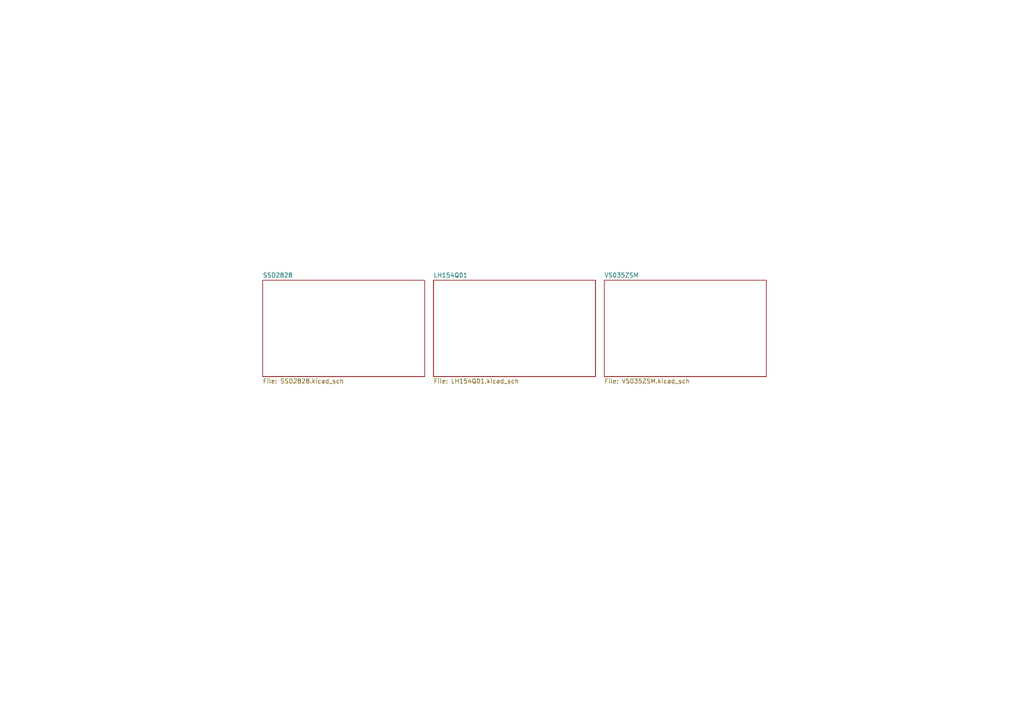
<source format=kicad_sch>
(kicad_sch (version 20230121) (generator eeschema)

  (uuid e63e39d7-6ac0-4ffd-8aa3-1841a4541b55)

  (paper "A4")

  (lib_symbols
  )


  (sheet (at 175.26 81.28) (size 46.99 27.94) (fields_autoplaced)
    (stroke (width 0.1524) (type solid))
    (fill (color 0 0 0 0.0000))
    (uuid aa1c650f-a854-42b3-a05e-cf0d26468eda)
    (property "Sheetname" "VS035ZSM" (at 175.26 80.5684 0)
      (effects (font (size 1.27 1.27)) (justify left bottom))
    )
    (property "Sheetfile" "VS035ZSM.kicad_sch" (at 175.26 109.8046 0)
      (effects (font (size 1.27 1.27)) (justify left top))
    )
    (property "Field2" "" (at 175.26 81.28 0)
      (effects (font (size 1.27 1.27)) hide)
    )
    (instances
      (project "ssd2828_board"
        (path "/e63e39d7-6ac0-4ffd-8aa3-1841a4541b55" (page "3"))
      )
    )
  )

  (sheet (at 125.73 81.28) (size 46.99 27.94) (fields_autoplaced)
    (stroke (width 0.1524) (type solid))
    (fill (color 0 0 0 0.0000))
    (uuid d0befddb-c525-47aa-a36b-f999bfb6acb2)
    (property "Sheetname" "LH154Q01" (at 125.73 80.5684 0)
      (effects (font (size 1.27 1.27)) (justify left bottom))
    )
    (property "Sheetfile" "LH154Q01.kicad_sch" (at 125.73 109.8046 0)
      (effects (font (size 1.27 1.27)) (justify left top))
    )
    (instances
      (project "ssd2828_board"
        (path "/e63e39d7-6ac0-4ffd-8aa3-1841a4541b55" (page "4"))
      )
    )
  )

  (sheet (at 76.2 81.28) (size 46.99 27.94) (fields_autoplaced)
    (stroke (width 0.1524) (type solid))
    (fill (color 0 0 0 0.0000))
    (uuid eadf4466-e824-4ab1-a46a-9025d68137a1)
    (property "Sheetname" "SSD2828" (at 76.2 80.5684 0)
      (effects (font (size 1.27 1.27)) (justify left bottom))
    )
    (property "Sheetfile" "SSD2828.kicad_sch" (at 76.2 109.8046 0)
      (effects (font (size 1.27 1.27)) (justify left top))
    )
    (instances
      (project "ssd2828_board"
        (path "/e63e39d7-6ac0-4ffd-8aa3-1841a4541b55" (page "2"))
      )
    )
  )

  (sheet_instances
    (path "/" (page "1"))
  )
)

</source>
